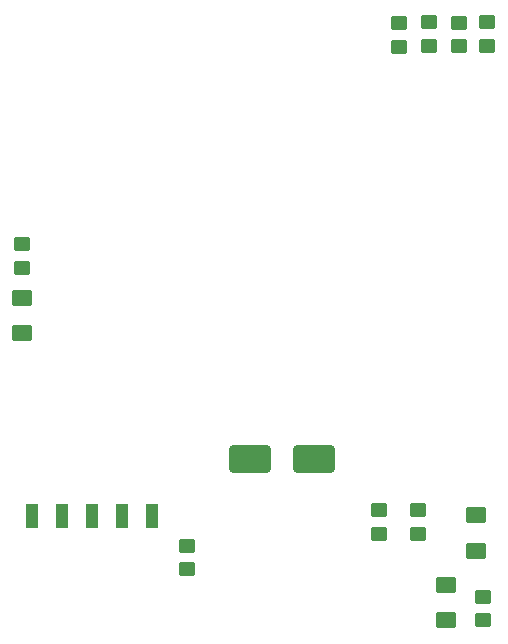
<source format=gtp>
G04 #@! TF.GenerationSoftware,KiCad,Pcbnew,8.0.2+dfsg-1*
G04 #@! TF.CreationDate,2024-06-12T08:48:22-04:00*
G04 #@! TF.ProjectId,relay_board,72656c61-795f-4626-9f61-72642e6b6963,rev?*
G04 #@! TF.SameCoordinates,Original*
G04 #@! TF.FileFunction,Paste,Top*
G04 #@! TF.FilePolarity,Positive*
%FSLAX46Y46*%
G04 Gerber Fmt 4.6, Leading zero omitted, Abs format (unit mm)*
G04 Created by KiCad (PCBNEW 8.0.2+dfsg-1) date 2024-06-12 08:48:22*
%MOMM*%
%LPD*%
G01*
G04 APERTURE LIST*
G04 Aperture macros list*
%AMRoundRect*
0 Rectangle with rounded corners*
0 $1 Rounding radius*
0 $2 $3 $4 $5 $6 $7 $8 $9 X,Y pos of 4 corners*
0 Add a 4 corners polygon primitive as box body*
4,1,4,$2,$3,$4,$5,$6,$7,$8,$9,$2,$3,0*
0 Add four circle primitives for the rounded corners*
1,1,$1+$1,$2,$3*
1,1,$1+$1,$4,$5*
1,1,$1+$1,$6,$7*
1,1,$1+$1,$8,$9*
0 Add four rect primitives between the rounded corners*
20,1,$1+$1,$2,$3,$4,$5,0*
20,1,$1+$1,$4,$5,$6,$7,0*
20,1,$1+$1,$6,$7,$8,$9,0*
20,1,$1+$1,$8,$9,$2,$3,0*%
G04 Aperture macros list end*
%ADD10RoundRect,0.250000X-0.450000X0.350000X-0.450000X-0.350000X0.450000X-0.350000X0.450000X0.350000X0*%
%ADD11RoundRect,0.250000X0.450000X-0.350000X0.450000X0.350000X-0.450000X0.350000X-0.450000X-0.350000X0*%
%ADD12RoundRect,0.250001X0.624999X-0.462499X0.624999X0.462499X-0.624999X0.462499X-0.624999X-0.462499X0*%
%ADD13RoundRect,0.250001X-0.624999X0.462499X-0.624999X-0.462499X0.624999X-0.462499X0.624999X0.462499X0*%
%ADD14RoundRect,0.250000X1.500000X0.900000X-1.500000X0.900000X-1.500000X-0.900000X1.500000X-0.900000X0*%
%ADD15R,1.000000X2.000000*%
G04 APERTURE END LIST*
D10*
X140258800Y-109642400D03*
X140258800Y-111642400D03*
D11*
X172212000Y-92948000D03*
X172212000Y-90948000D03*
D12*
X176174400Y-141492300D03*
X176174400Y-138517300D03*
X140309600Y-117159100D03*
X140309600Y-114184100D03*
D11*
X174752000Y-92846400D03*
X174752000Y-90846400D03*
X154228800Y-137194800D03*
X154228800Y-135194800D03*
D13*
X178714400Y-132624500D03*
X178714400Y-135599500D03*
D11*
X179324000Y-141512800D03*
X179324000Y-139512800D03*
X179679600Y-92846400D03*
X179679600Y-90846400D03*
D14*
X164955200Y-127812800D03*
X159555200Y-127812800D03*
D10*
X170484800Y-132197600D03*
X170484800Y-134197600D03*
D11*
X177292000Y-92897200D03*
X177292000Y-90897200D03*
D10*
X173786800Y-132197600D03*
X173786800Y-134197600D03*
D15*
X151282400Y-132680500D03*
X148742400Y-132680500D03*
X146202400Y-132680500D03*
X143662400Y-132680500D03*
X141122400Y-132680500D03*
M02*

</source>
